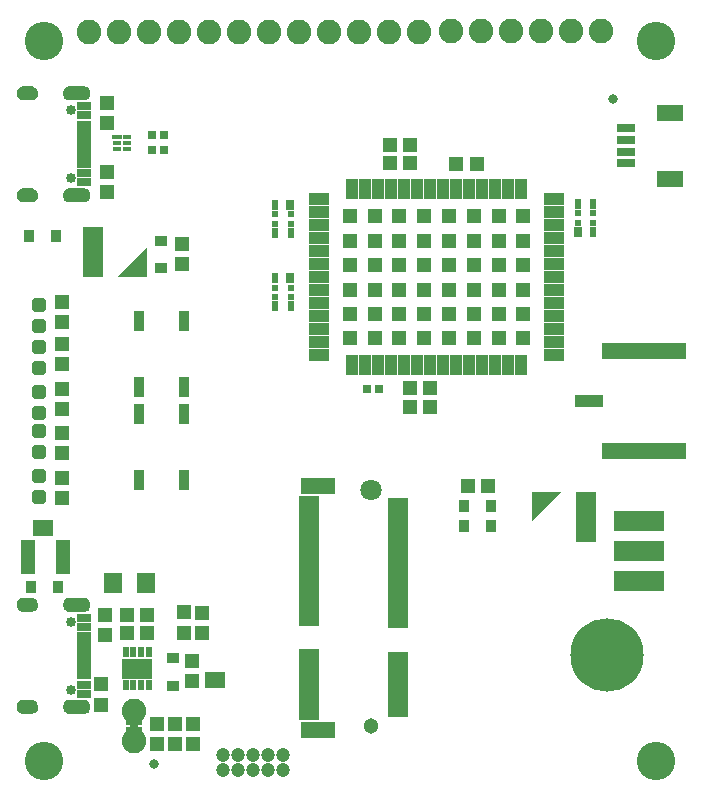
<source format=gts>
G04 EAGLE Gerber RS-274X export*
G75*
%MOMM*%
%FSLAX34Y34*%
%LPD*%
%INSoldermask Top*%
%IPPOS*%
%AMOC8*
5,1,8,0,0,1.08239X$1,22.5*%
G01*
%ADD10R,1.203200X0.503200*%
%ADD11R,1.203200X0.803200*%
%ADD12C,0.853200*%
%ADD13R,1.203200X1.303200*%
%ADD14R,0.503200X0.853200*%
%ADD15R,2.553200X1.803200*%
%ADD16R,1.303200X1.203200*%
%ADD17C,0.838200*%
%ADD18R,1.700000X4.200000*%
%ADD19R,0.833200X1.033200*%
%ADD20R,0.965200X1.727200*%
%ADD21R,0.838200X1.473200*%
%ADD22R,1.203200X3.003200*%
%ADD23R,1.603200X1.803200*%
%ADD24R,1.473200X0.838200*%
%ADD25C,2.082800*%
%ADD26C,6.203200*%
%ADD27R,1.033200X0.833200*%
%ADD28C,1.303200*%
%ADD29C,1.803200*%
%ADD30R,1.753200X0.503200*%
%ADD31R,2.953200X1.403200*%
%ADD32C,0.505344*%
%ADD33R,1.053200X1.723200*%
%ADD34R,1.723200X1.053200*%
%ADD35R,1.303200X1.303200*%
%ADD36R,0.620000X0.840000*%
%ADD37R,0.620000X0.560000*%
%ADD38R,0.640000X0.840000*%
%ADD39R,0.803200X0.803200*%
%ADD40R,0.813200X0.453200*%
%ADD41R,0.763200X0.453200*%
%ADD42R,7.203200X1.353200*%
%ADD43R,2.403200X1.103200*%
%ADD44R,2.203200X1.403200*%
%ADD45R,1.553200X0.803200*%
%ADD46C,3.251200*%
%ADD47C,1.203200*%
%ADD48R,4.203200X1.703200*%

G36*
X111906Y435236D02*
X111906Y435236D01*
X111923Y435233D01*
X111973Y435255D01*
X112024Y435270D01*
X112035Y435283D01*
X112051Y435290D01*
X112081Y435335D01*
X112116Y435375D01*
X112119Y435392D01*
X112128Y435407D01*
X112139Y435480D01*
X112139Y459480D01*
X112127Y459522D01*
X112124Y459566D01*
X112108Y459588D01*
X112100Y459614D01*
X112067Y459643D01*
X112041Y459678D01*
X112015Y459688D01*
X111995Y459706D01*
X111951Y459713D01*
X111911Y459728D01*
X111884Y459723D01*
X111857Y459727D01*
X111816Y459709D01*
X111774Y459700D01*
X111738Y459674D01*
X111729Y459670D01*
X111725Y459665D01*
X111714Y459656D01*
X87714Y435656D01*
X87693Y435618D01*
X87664Y435585D01*
X87660Y435558D01*
X87647Y435534D01*
X87650Y435490D01*
X87643Y435447D01*
X87654Y435422D01*
X87656Y435394D01*
X87682Y435359D01*
X87700Y435319D01*
X87723Y435304D01*
X87739Y435282D01*
X87780Y435266D01*
X87817Y435242D01*
X87860Y435235D01*
X87869Y435232D01*
X87876Y435233D01*
X87890Y435231D01*
X111890Y435231D01*
X111906Y435236D01*
G37*
G36*
X439042Y228617D02*
X439042Y228617D01*
X439069Y228613D01*
X439110Y228631D01*
X439152Y228640D01*
X439188Y228666D01*
X439197Y228670D01*
X439201Y228675D01*
X439212Y228684D01*
X463212Y252684D01*
X463233Y252722D01*
X463262Y252755D01*
X463266Y252782D01*
X463279Y252806D01*
X463276Y252850D01*
X463283Y252893D01*
X463272Y252919D01*
X463270Y252946D01*
X463244Y252981D01*
X463226Y253021D01*
X463203Y253036D01*
X463187Y253058D01*
X463146Y253074D01*
X463110Y253098D01*
X463066Y253105D01*
X463057Y253108D01*
X463050Y253107D01*
X463036Y253109D01*
X439036Y253109D01*
X439020Y253104D01*
X439003Y253107D01*
X438953Y253085D01*
X438902Y253070D01*
X438891Y253057D01*
X438875Y253050D01*
X438845Y253005D01*
X438810Y252965D01*
X438807Y252948D01*
X438798Y252934D01*
X438787Y252860D01*
X438787Y228860D01*
X438799Y228818D01*
X438802Y228774D01*
X438818Y228752D01*
X438826Y228726D01*
X438859Y228697D01*
X438885Y228662D01*
X438911Y228652D01*
X438931Y228634D01*
X438975Y228627D01*
X439015Y228612D01*
X439042Y228617D01*
G37*
G36*
X59034Y498124D02*
X59034Y498124D01*
X59037Y498121D01*
X60159Y498276D01*
X60164Y498281D01*
X60168Y498278D01*
X61239Y498649D01*
X61243Y498655D01*
X61248Y498653D01*
X62225Y499226D01*
X62228Y499232D01*
X62233Y499231D01*
X63080Y499984D01*
X63082Y499991D01*
X63087Y499991D01*
X63771Y500894D01*
X63771Y500901D01*
X63776Y500902D01*
X64271Y501921D01*
X64269Y501928D01*
X64274Y501930D01*
X64561Y503027D01*
X64559Y503031D01*
X64561Y503032D01*
X64559Y503034D01*
X64562Y503036D01*
X64629Y504167D01*
X64627Y504171D01*
X64629Y504173D01*
X64562Y505304D01*
X64557Y505309D01*
X64561Y505313D01*
X64274Y506410D01*
X64268Y506414D01*
X64271Y506419D01*
X63776Y507438D01*
X63770Y507441D01*
X63771Y507446D01*
X63087Y508349D01*
X63080Y508351D01*
X63080Y508356D01*
X62233Y509109D01*
X62226Y509109D01*
X62225Y509114D01*
X61248Y509687D01*
X61241Y509686D01*
X61239Y509691D01*
X60168Y510062D01*
X60162Y510059D01*
X60159Y510064D01*
X59037Y510219D01*
X59032Y510216D01*
X59030Y510219D01*
X47030Y510219D01*
X47025Y510216D01*
X47022Y510219D01*
X45755Y510014D01*
X45749Y510008D01*
X45745Y510011D01*
X44555Y509529D01*
X44551Y509522D01*
X44545Y509524D01*
X43492Y508790D01*
X43490Y508782D01*
X43484Y508783D01*
X42621Y507833D01*
X42620Y507824D01*
X42615Y507824D01*
X41985Y506705D01*
X41986Y506697D01*
X41980Y506695D01*
X41615Y505465D01*
X41618Y505457D01*
X41613Y505454D01*
X41531Y504173D01*
X41534Y504169D01*
X41531Y504167D01*
X41613Y502886D01*
X41619Y502880D01*
X41615Y502875D01*
X41980Y501645D01*
X41987Y501640D01*
X41985Y501635D01*
X42615Y500516D01*
X42622Y500513D01*
X42621Y500507D01*
X43484Y499557D01*
X43492Y499556D01*
X43492Y499550D01*
X44545Y498816D01*
X44553Y498816D01*
X44555Y498811D01*
X45745Y498329D01*
X45752Y498331D01*
X45755Y498326D01*
X47022Y498121D01*
X47027Y498124D01*
X47030Y498121D01*
X59030Y498121D01*
X59034Y498124D01*
G37*
G36*
X59034Y584524D02*
X59034Y584524D01*
X59037Y584521D01*
X60159Y584676D01*
X60164Y584681D01*
X60168Y584678D01*
X61239Y585049D01*
X61243Y585055D01*
X61248Y585053D01*
X62225Y585626D01*
X62228Y585632D01*
X62233Y585631D01*
X63080Y586384D01*
X63082Y586391D01*
X63087Y586391D01*
X63771Y587294D01*
X63771Y587301D01*
X63776Y587302D01*
X64271Y588321D01*
X64269Y588328D01*
X64274Y588330D01*
X64561Y589427D01*
X64559Y589431D01*
X64561Y589432D01*
X64559Y589434D01*
X64562Y589436D01*
X64629Y590567D01*
X64627Y590571D01*
X64629Y590573D01*
X64562Y591704D01*
X64557Y591709D01*
X64561Y591713D01*
X64274Y592810D01*
X64268Y592814D01*
X64271Y592819D01*
X63776Y593838D01*
X63770Y593841D01*
X63771Y593846D01*
X63087Y594749D01*
X63080Y594751D01*
X63080Y594756D01*
X62233Y595509D01*
X62226Y595509D01*
X62225Y595514D01*
X61248Y596087D01*
X61241Y596086D01*
X61239Y596091D01*
X60168Y596462D01*
X60162Y596459D01*
X60159Y596464D01*
X59037Y596619D01*
X59032Y596616D01*
X59030Y596619D01*
X47030Y596619D01*
X47025Y596616D01*
X47022Y596619D01*
X45755Y596414D01*
X45749Y596408D01*
X45745Y596411D01*
X44555Y595929D01*
X44551Y595922D01*
X44545Y595924D01*
X43492Y595190D01*
X43490Y595182D01*
X43484Y595183D01*
X42621Y594233D01*
X42620Y594224D01*
X42615Y594224D01*
X41985Y593105D01*
X41986Y593097D01*
X41980Y593095D01*
X41615Y591865D01*
X41618Y591857D01*
X41613Y591854D01*
X41531Y590573D01*
X41534Y590569D01*
X41531Y590567D01*
X41613Y589286D01*
X41619Y589280D01*
X41615Y589275D01*
X41980Y588045D01*
X41987Y588040D01*
X41985Y588035D01*
X42615Y586916D01*
X42622Y586913D01*
X42621Y586907D01*
X43484Y585957D01*
X43492Y585956D01*
X43492Y585950D01*
X44545Y585216D01*
X44553Y585216D01*
X44555Y585211D01*
X45745Y584729D01*
X45752Y584731D01*
X45755Y584726D01*
X47022Y584521D01*
X47027Y584524D01*
X47030Y584521D01*
X59030Y584521D01*
X59034Y584524D01*
G37*
G36*
X59034Y151454D02*
X59034Y151454D01*
X59037Y151451D01*
X60159Y151606D01*
X60164Y151611D01*
X60168Y151608D01*
X61239Y151979D01*
X61243Y151985D01*
X61248Y151983D01*
X62225Y152556D01*
X62228Y152562D01*
X62233Y152561D01*
X63080Y153314D01*
X63082Y153321D01*
X63087Y153321D01*
X63771Y154224D01*
X63771Y154231D01*
X63776Y154232D01*
X64271Y155251D01*
X64269Y155258D01*
X64274Y155260D01*
X64561Y156357D01*
X64559Y156361D01*
X64561Y156362D01*
X64559Y156364D01*
X64562Y156366D01*
X64629Y157497D01*
X64627Y157501D01*
X64629Y157503D01*
X64562Y158634D01*
X64557Y158639D01*
X64561Y158643D01*
X64274Y159740D01*
X64268Y159744D01*
X64271Y159749D01*
X63776Y160768D01*
X63770Y160771D01*
X63771Y160776D01*
X63087Y161679D01*
X63080Y161681D01*
X63080Y161686D01*
X62233Y162439D01*
X62226Y162439D01*
X62225Y162444D01*
X61248Y163017D01*
X61241Y163016D01*
X61239Y163021D01*
X60168Y163392D01*
X60162Y163389D01*
X60159Y163394D01*
X59037Y163549D01*
X59032Y163546D01*
X59030Y163549D01*
X47030Y163549D01*
X47025Y163546D01*
X47022Y163549D01*
X45755Y163344D01*
X45749Y163338D01*
X45745Y163341D01*
X44555Y162859D01*
X44551Y162852D01*
X44545Y162854D01*
X43492Y162120D01*
X43490Y162112D01*
X43484Y162113D01*
X42621Y161163D01*
X42620Y161154D01*
X42615Y161154D01*
X41985Y160035D01*
X41986Y160027D01*
X41980Y160025D01*
X41615Y158795D01*
X41618Y158787D01*
X41613Y158784D01*
X41531Y157503D01*
X41534Y157499D01*
X41531Y157497D01*
X41613Y156216D01*
X41619Y156210D01*
X41615Y156205D01*
X41980Y154975D01*
X41987Y154970D01*
X41985Y154965D01*
X42615Y153846D01*
X42622Y153843D01*
X42621Y153837D01*
X43484Y152887D01*
X43492Y152886D01*
X43492Y152880D01*
X44545Y152146D01*
X44553Y152146D01*
X44555Y152141D01*
X45745Y151659D01*
X45752Y151661D01*
X45755Y151656D01*
X47022Y151451D01*
X47027Y151454D01*
X47030Y151451D01*
X59030Y151451D01*
X59034Y151454D01*
G37*
G36*
X59034Y65054D02*
X59034Y65054D01*
X59037Y65051D01*
X60159Y65206D01*
X60164Y65211D01*
X60168Y65208D01*
X61239Y65579D01*
X61243Y65585D01*
X61248Y65583D01*
X62225Y66156D01*
X62228Y66162D01*
X62233Y66161D01*
X63080Y66914D01*
X63082Y66921D01*
X63087Y66921D01*
X63771Y67824D01*
X63771Y67831D01*
X63776Y67832D01*
X64271Y68851D01*
X64269Y68858D01*
X64274Y68860D01*
X64561Y69957D01*
X64559Y69961D01*
X64561Y69962D01*
X64559Y69964D01*
X64562Y69966D01*
X64629Y71097D01*
X64627Y71101D01*
X64629Y71103D01*
X64562Y72234D01*
X64557Y72239D01*
X64561Y72243D01*
X64274Y73340D01*
X64268Y73344D01*
X64271Y73349D01*
X63776Y74368D01*
X63770Y74371D01*
X63771Y74376D01*
X63087Y75279D01*
X63080Y75281D01*
X63080Y75286D01*
X62233Y76039D01*
X62226Y76039D01*
X62225Y76044D01*
X61248Y76617D01*
X61241Y76616D01*
X61239Y76621D01*
X60168Y76992D01*
X60162Y76989D01*
X60159Y76994D01*
X59037Y77149D01*
X59032Y77146D01*
X59030Y77149D01*
X47030Y77149D01*
X47025Y77146D01*
X47022Y77149D01*
X45755Y76944D01*
X45749Y76938D01*
X45745Y76941D01*
X44555Y76459D01*
X44551Y76452D01*
X44545Y76454D01*
X43492Y75720D01*
X43490Y75712D01*
X43484Y75713D01*
X42621Y74763D01*
X42620Y74754D01*
X42615Y74754D01*
X41985Y73635D01*
X41986Y73627D01*
X41980Y73625D01*
X41615Y72395D01*
X41618Y72387D01*
X41613Y72384D01*
X41531Y71103D01*
X41534Y71099D01*
X41531Y71097D01*
X41613Y69816D01*
X41619Y69810D01*
X41615Y69805D01*
X41980Y68575D01*
X41987Y68570D01*
X41985Y68565D01*
X42615Y67446D01*
X42622Y67443D01*
X42621Y67437D01*
X43484Y66487D01*
X43492Y66486D01*
X43492Y66480D01*
X44545Y65746D01*
X44553Y65746D01*
X44555Y65741D01*
X45745Y65259D01*
X45752Y65261D01*
X45755Y65256D01*
X47022Y65051D01*
X47027Y65054D01*
X47030Y65051D01*
X59030Y65051D01*
X59034Y65054D01*
G37*
G36*
X14233Y498123D02*
X14233Y498123D01*
X14235Y498121D01*
X15411Y498232D01*
X15416Y498237D01*
X15420Y498234D01*
X16552Y498572D01*
X16556Y498578D01*
X16561Y498576D01*
X17605Y499128D01*
X17608Y499135D01*
X17613Y499133D01*
X18529Y499879D01*
X18530Y499886D01*
X18536Y499886D01*
X19289Y500796D01*
X19289Y500803D01*
X19294Y500804D01*
X19855Y501843D01*
X19854Y501848D01*
X19858Y501850D01*
X19857Y501851D01*
X19859Y501852D01*
X20206Y502981D01*
X20206Y502982D01*
X20207Y502983D01*
X20204Y502987D01*
X20208Y502990D01*
X20329Y504165D01*
X20325Y504172D01*
X20329Y504176D01*
X20172Y505516D01*
X20167Y505522D01*
X20170Y505527D01*
X19719Y506798D01*
X19712Y506803D01*
X19714Y506808D01*
X18992Y507947D01*
X18984Y507950D01*
X18985Y507956D01*
X18027Y508906D01*
X18019Y508907D01*
X18018Y508913D01*
X16873Y509626D01*
X16865Y509625D01*
X16863Y509631D01*
X15587Y510071D01*
X15580Y510069D01*
X15577Y510073D01*
X14235Y510219D01*
X14232Y510217D01*
X14230Y510219D01*
X8230Y510219D01*
X8227Y510217D01*
X8224Y510219D01*
X6895Y510064D01*
X6889Y510058D01*
X6885Y510061D01*
X5624Y509614D01*
X5619Y509607D01*
X5614Y509609D01*
X4484Y508892D01*
X4481Y508885D01*
X4475Y508886D01*
X3533Y507936D01*
X3532Y507927D01*
X3526Y507927D01*
X2819Y506791D01*
X2820Y506783D01*
X2814Y506781D01*
X2378Y505516D01*
X2380Y505508D01*
X2375Y505506D01*
X2231Y504175D01*
X2235Y504169D01*
X2231Y504165D01*
X2341Y502999D01*
X2346Y502994D01*
X2343Y502990D01*
X2678Y501867D01*
X2684Y501863D01*
X2682Y501859D01*
X3230Y500823D01*
X3236Y500820D01*
X3235Y500815D01*
X3974Y499907D01*
X3981Y499905D01*
X3981Y499900D01*
X4883Y499153D01*
X4891Y499153D01*
X4891Y499148D01*
X5922Y498591D01*
X5929Y498592D01*
X5931Y498587D01*
X7050Y498243D01*
X7057Y498245D01*
X7060Y498241D01*
X8225Y498121D01*
X8228Y498123D01*
X8230Y498121D01*
X14230Y498121D01*
X14233Y498123D01*
G37*
G36*
X14233Y584523D02*
X14233Y584523D01*
X14235Y584521D01*
X15411Y584632D01*
X15416Y584637D01*
X15420Y584634D01*
X16552Y584972D01*
X16556Y584978D01*
X16561Y584976D01*
X17605Y585528D01*
X17608Y585535D01*
X17613Y585533D01*
X18529Y586279D01*
X18530Y586286D01*
X18536Y586286D01*
X19289Y587196D01*
X19289Y587203D01*
X19294Y587204D01*
X19855Y588243D01*
X19854Y588248D01*
X19858Y588250D01*
X19857Y588251D01*
X19859Y588252D01*
X20206Y589381D01*
X20206Y589382D01*
X20207Y589383D01*
X20204Y589387D01*
X20208Y589390D01*
X20329Y590565D01*
X20325Y590572D01*
X20329Y590576D01*
X20172Y591916D01*
X20167Y591922D01*
X20170Y591927D01*
X19719Y593198D01*
X19712Y593203D01*
X19714Y593208D01*
X18992Y594347D01*
X18984Y594350D01*
X18985Y594356D01*
X18027Y595306D01*
X18019Y595307D01*
X18018Y595313D01*
X16873Y596026D01*
X16865Y596025D01*
X16863Y596031D01*
X15587Y596471D01*
X15580Y596469D01*
X15577Y596473D01*
X14235Y596619D01*
X14232Y596617D01*
X14230Y596619D01*
X8230Y596619D01*
X8227Y596617D01*
X8224Y596619D01*
X6895Y596464D01*
X6889Y596458D01*
X6885Y596461D01*
X5624Y596014D01*
X5619Y596007D01*
X5614Y596009D01*
X4484Y595292D01*
X4481Y595285D01*
X4475Y595286D01*
X3533Y594336D01*
X3532Y594327D01*
X3526Y594327D01*
X2819Y593191D01*
X2820Y593183D01*
X2814Y593181D01*
X2378Y591916D01*
X2380Y591908D01*
X2375Y591906D01*
X2231Y590575D01*
X2235Y590569D01*
X2231Y590565D01*
X2341Y589399D01*
X2346Y589394D01*
X2343Y589390D01*
X2678Y588267D01*
X2684Y588263D01*
X2682Y588259D01*
X3230Y587223D01*
X3236Y587220D01*
X3235Y587215D01*
X3974Y586307D01*
X3981Y586305D01*
X3981Y586300D01*
X4883Y585553D01*
X4891Y585553D01*
X4891Y585548D01*
X5922Y584991D01*
X5929Y584992D01*
X5931Y584987D01*
X7050Y584643D01*
X7057Y584645D01*
X7060Y584641D01*
X8225Y584521D01*
X8228Y584523D01*
X8230Y584521D01*
X14230Y584521D01*
X14233Y584523D01*
G37*
G36*
X14233Y151453D02*
X14233Y151453D01*
X14235Y151451D01*
X15411Y151562D01*
X15416Y151567D01*
X15420Y151564D01*
X16552Y151902D01*
X16556Y151908D01*
X16561Y151906D01*
X17605Y152458D01*
X17608Y152465D01*
X17613Y152463D01*
X18529Y153209D01*
X18530Y153216D01*
X18536Y153216D01*
X19289Y154126D01*
X19289Y154133D01*
X19294Y154134D01*
X19855Y155173D01*
X19854Y155178D01*
X19858Y155180D01*
X19857Y155181D01*
X19859Y155182D01*
X20206Y156311D01*
X20206Y156312D01*
X20207Y156313D01*
X20204Y156317D01*
X20208Y156320D01*
X20329Y157495D01*
X20325Y157502D01*
X20329Y157506D01*
X20172Y158846D01*
X20167Y158852D01*
X20170Y158857D01*
X19719Y160128D01*
X19712Y160133D01*
X19714Y160138D01*
X18992Y161277D01*
X18984Y161280D01*
X18985Y161286D01*
X18027Y162236D01*
X18019Y162237D01*
X18018Y162243D01*
X16873Y162956D01*
X16865Y162955D01*
X16863Y162961D01*
X15587Y163401D01*
X15580Y163399D01*
X15577Y163403D01*
X14235Y163549D01*
X14232Y163547D01*
X14230Y163549D01*
X8230Y163549D01*
X8227Y163547D01*
X8224Y163549D01*
X6895Y163394D01*
X6889Y163388D01*
X6885Y163391D01*
X5624Y162944D01*
X5619Y162937D01*
X5614Y162939D01*
X4484Y162222D01*
X4481Y162215D01*
X4475Y162216D01*
X3533Y161266D01*
X3532Y161257D01*
X3526Y161257D01*
X2819Y160121D01*
X2820Y160113D01*
X2814Y160111D01*
X2378Y158846D01*
X2380Y158838D01*
X2375Y158836D01*
X2231Y157505D01*
X2235Y157499D01*
X2231Y157495D01*
X2341Y156329D01*
X2346Y156324D01*
X2343Y156320D01*
X2678Y155197D01*
X2684Y155193D01*
X2682Y155189D01*
X3230Y154153D01*
X3236Y154150D01*
X3235Y154145D01*
X3974Y153237D01*
X3981Y153235D01*
X3981Y153230D01*
X4883Y152483D01*
X4891Y152483D01*
X4891Y152478D01*
X5922Y151921D01*
X5929Y151922D01*
X5931Y151917D01*
X7050Y151573D01*
X7057Y151575D01*
X7060Y151571D01*
X8225Y151451D01*
X8228Y151453D01*
X8230Y151451D01*
X14230Y151451D01*
X14233Y151453D01*
G37*
G36*
X14233Y65053D02*
X14233Y65053D01*
X14235Y65051D01*
X15411Y65162D01*
X15416Y65167D01*
X15420Y65164D01*
X16552Y65502D01*
X16556Y65508D01*
X16561Y65506D01*
X17605Y66058D01*
X17608Y66065D01*
X17613Y66063D01*
X18529Y66809D01*
X18530Y66816D01*
X18536Y66816D01*
X19289Y67726D01*
X19289Y67733D01*
X19294Y67734D01*
X19855Y68773D01*
X19854Y68778D01*
X19858Y68780D01*
X19857Y68781D01*
X19859Y68782D01*
X20206Y69911D01*
X20206Y69912D01*
X20207Y69913D01*
X20204Y69917D01*
X20208Y69920D01*
X20329Y71095D01*
X20325Y71102D01*
X20329Y71106D01*
X20172Y72446D01*
X20167Y72452D01*
X20170Y72457D01*
X19719Y73728D01*
X19712Y73733D01*
X19714Y73738D01*
X18992Y74877D01*
X18984Y74880D01*
X18985Y74886D01*
X18027Y75836D01*
X18019Y75837D01*
X18018Y75843D01*
X16873Y76556D01*
X16865Y76555D01*
X16863Y76561D01*
X15587Y77001D01*
X15580Y76999D01*
X15577Y77003D01*
X14235Y77149D01*
X14232Y77147D01*
X14230Y77149D01*
X8230Y77149D01*
X8227Y77147D01*
X8224Y77149D01*
X6895Y76994D01*
X6889Y76988D01*
X6885Y76991D01*
X5624Y76544D01*
X5619Y76537D01*
X5614Y76539D01*
X4484Y75822D01*
X4481Y75815D01*
X4475Y75816D01*
X3533Y74866D01*
X3532Y74857D01*
X3526Y74857D01*
X2819Y73721D01*
X2820Y73713D01*
X2814Y73711D01*
X2378Y72446D01*
X2380Y72438D01*
X2375Y72436D01*
X2231Y71105D01*
X2235Y71099D01*
X2231Y71095D01*
X2341Y69929D01*
X2346Y69924D01*
X2343Y69920D01*
X2678Y68797D01*
X2684Y68793D01*
X2682Y68789D01*
X3230Y67753D01*
X3236Y67750D01*
X3235Y67745D01*
X3974Y66837D01*
X3981Y66835D01*
X3981Y66830D01*
X4883Y66083D01*
X4891Y66083D01*
X4891Y66078D01*
X5922Y65521D01*
X5929Y65522D01*
X5931Y65517D01*
X7050Y65173D01*
X7057Y65175D01*
X7060Y65171D01*
X8225Y65051D01*
X8228Y65053D01*
X8230Y65051D01*
X14230Y65051D01*
X14233Y65053D01*
G37*
G36*
X104459Y52082D02*
X104459Y52082D01*
X104525Y52084D01*
X104568Y52102D01*
X104615Y52110D01*
X104672Y52144D01*
X104732Y52169D01*
X104767Y52200D01*
X104808Y52225D01*
X104850Y52276D01*
X104898Y52320D01*
X104920Y52362D01*
X104949Y52399D01*
X104970Y52461D01*
X105001Y52520D01*
X105009Y52574D01*
X105021Y52611D01*
X105020Y52651D01*
X105028Y52705D01*
X105028Y56515D01*
X105017Y56580D01*
X105015Y56646D01*
X104997Y56689D01*
X104989Y56736D01*
X104955Y56793D01*
X104930Y56853D01*
X104899Y56888D01*
X104874Y56929D01*
X104823Y56971D01*
X104779Y57019D01*
X104737Y57041D01*
X104700Y57070D01*
X104638Y57091D01*
X104579Y57122D01*
X104525Y57130D01*
X104488Y57142D01*
X104448Y57141D01*
X104394Y57149D01*
X98806Y57149D01*
X98741Y57138D01*
X98675Y57136D01*
X98632Y57118D01*
X98585Y57110D01*
X98528Y57076D01*
X98468Y57051D01*
X98433Y57020D01*
X98392Y56995D01*
X98351Y56944D01*
X98302Y56900D01*
X98280Y56858D01*
X98251Y56821D01*
X98230Y56759D01*
X98199Y56700D01*
X98191Y56646D01*
X98179Y56609D01*
X98179Y56605D01*
X98179Y56604D01*
X98180Y56569D01*
X98172Y56515D01*
X98172Y52705D01*
X98183Y52640D01*
X98185Y52574D01*
X98203Y52531D01*
X98211Y52484D01*
X98245Y52427D01*
X98270Y52367D01*
X98301Y52332D01*
X98326Y52291D01*
X98377Y52250D01*
X98421Y52201D01*
X98463Y52179D01*
X98500Y52150D01*
X98562Y52129D01*
X98621Y52098D01*
X98675Y52090D01*
X98712Y52078D01*
X98752Y52079D01*
X98806Y52071D01*
X104394Y52071D01*
X104459Y52082D01*
G37*
D10*
X58830Y106800D03*
X58830Y111800D03*
D11*
X58830Y82050D03*
X58830Y89800D03*
D10*
X58830Y96800D03*
X58830Y101800D03*
X58830Y121800D03*
X58830Y116800D03*
D11*
X58830Y146550D03*
X58830Y138800D03*
D10*
X58830Y131800D03*
X58830Y126800D03*
D12*
X47780Y143200D03*
X47780Y85400D03*
D13*
X77216Y149216D03*
X77216Y132216D03*
X73914Y73034D03*
X73914Y90034D03*
D14*
X94390Y89589D03*
X100890Y89589D03*
X107390Y89589D03*
X113890Y89589D03*
X113890Y117089D03*
X107390Y117089D03*
X100890Y117089D03*
X94390Y117089D03*
D15*
X104140Y103339D03*
D16*
X95640Y133604D03*
X112640Y133604D03*
D17*
X118110Y22860D03*
D18*
X484336Y232060D03*
D19*
X380930Y241300D03*
X403930Y241300D03*
D16*
X401184Y258064D03*
X384184Y258064D03*
D19*
X403930Y224028D03*
X380930Y224028D03*
D20*
X105410Y341630D03*
X105410Y397510D03*
X143510Y341630D03*
X143510Y397510D03*
D16*
X95640Y148844D03*
X112640Y148844D03*
D21*
X20320Y222504D03*
X28448Y222504D03*
D22*
X11416Y197866D03*
X41416Y197866D03*
D23*
X111536Y176276D03*
X83536Y176276D03*
D13*
X158750Y133740D03*
X158750Y150740D03*
X143764Y150994D03*
X143764Y133994D03*
D24*
X101600Y59690D03*
X101600Y49530D03*
D25*
X101600Y67310D03*
X101600Y41910D03*
D20*
X105410Y262890D03*
X105410Y318770D03*
X143510Y262890D03*
X143510Y318770D03*
D26*
X502158Y114808D03*
D13*
X150876Y92847D03*
X150876Y109847D03*
D27*
X134366Y112062D03*
X134366Y89062D03*
D13*
X151130Y39760D03*
X151130Y56760D03*
X135890Y39760D03*
X135890Y56760D03*
X120650Y39760D03*
X120650Y56760D03*
D28*
X302260Y54940D03*
D29*
X302260Y254940D03*
D30*
X249510Y62440D03*
D31*
X257260Y51440D03*
X257260Y258440D03*
D30*
X325010Y64940D03*
X249510Y67440D03*
X325010Y69940D03*
X249510Y72440D03*
X325010Y74940D03*
X249510Y77440D03*
X325010Y79940D03*
X249510Y82440D03*
X325010Y84940D03*
X249510Y87440D03*
X325010Y89940D03*
X249510Y92440D03*
X325010Y94940D03*
X249510Y97440D03*
X325010Y99940D03*
X249510Y102440D03*
X325010Y104940D03*
X249510Y107440D03*
X325010Y109940D03*
X249510Y112440D03*
X325010Y114940D03*
X249510Y117440D03*
X325010Y139940D03*
X249510Y142440D03*
X325010Y144940D03*
X249510Y147440D03*
X325010Y149940D03*
X249510Y152440D03*
X325010Y154940D03*
X249510Y157440D03*
X325010Y159940D03*
X249510Y162440D03*
X325010Y164940D03*
X249510Y167440D03*
X325010Y169940D03*
X249510Y172440D03*
X325010Y174940D03*
X249510Y177440D03*
X325010Y179940D03*
X249510Y182440D03*
X325010Y184940D03*
X249510Y187440D03*
X325010Y189940D03*
X249510Y192440D03*
X325010Y194940D03*
X249510Y197440D03*
X325010Y199940D03*
X249510Y202440D03*
X325010Y204940D03*
X249510Y207440D03*
X325010Y209940D03*
X249510Y212440D03*
X325010Y214940D03*
X249510Y217440D03*
X325010Y219940D03*
X249510Y222440D03*
X325010Y224940D03*
X249510Y227440D03*
X325010Y229940D03*
X249510Y232440D03*
X325010Y234940D03*
X249510Y237440D03*
X325010Y239940D03*
X249510Y242440D03*
X325010Y244940D03*
X249510Y247440D03*
D32*
X24445Y263090D02*
X17465Y263090D01*
X17465Y270070D01*
X24445Y270070D01*
X24445Y263090D01*
X24445Y267890D02*
X17465Y267890D01*
X17465Y245550D02*
X24445Y245550D01*
X17465Y245550D02*
X17465Y252530D01*
X24445Y252530D01*
X24445Y245550D01*
X24445Y250350D02*
X17465Y250350D01*
X17465Y301190D02*
X24445Y301190D01*
X17465Y301190D02*
X17465Y308170D01*
X24445Y308170D01*
X24445Y301190D01*
X24445Y305990D02*
X17465Y305990D01*
X17465Y283650D02*
X24445Y283650D01*
X17465Y283650D02*
X17465Y290630D01*
X24445Y290630D01*
X24445Y283650D01*
X24445Y288450D02*
X17465Y288450D01*
D13*
X40894Y247786D03*
X40894Y264786D03*
X40640Y286140D03*
X40640Y303140D03*
D21*
X166116Y93980D03*
X174244Y93980D03*
D10*
X58830Y539870D03*
X58830Y544870D03*
D11*
X58830Y515120D03*
X58830Y522870D03*
D10*
X58830Y529870D03*
X58830Y534870D03*
X58830Y554870D03*
X58830Y549870D03*
D11*
X58830Y579620D03*
X58830Y571870D03*
D10*
X58830Y564870D03*
X58830Y559870D03*
D12*
X47780Y576270D03*
X47780Y518470D03*
D13*
X78486Y582540D03*
X78486Y565540D03*
X78486Y506866D03*
X78486Y523866D03*
D33*
X286200Y360270D03*
X297200Y360270D03*
X308200Y360270D03*
X319200Y360270D03*
X330200Y360270D03*
X341200Y360270D03*
X352200Y360270D03*
X363200Y360270D03*
X374200Y360270D03*
X385200Y360270D03*
X396200Y360270D03*
X407200Y360270D03*
X418200Y360270D03*
X429200Y360270D03*
D34*
X457200Y368770D03*
X457200Y379770D03*
X457200Y390770D03*
X457200Y401770D03*
X457200Y412770D03*
X457200Y423770D03*
X457200Y434770D03*
X457200Y445770D03*
X457200Y456770D03*
X457200Y467770D03*
X457200Y478770D03*
X457200Y489770D03*
X457200Y500770D03*
D33*
X429200Y509270D03*
X418200Y509270D03*
X407200Y509270D03*
X396200Y509270D03*
X385200Y509270D03*
X374200Y509270D03*
X363200Y509270D03*
X352200Y509270D03*
X341200Y509270D03*
X330200Y509270D03*
X319200Y509270D03*
X308200Y509270D03*
X297200Y509270D03*
X286200Y509270D03*
D34*
X258200Y500770D03*
X258200Y489770D03*
X258200Y478770D03*
X258200Y467770D03*
X258200Y456770D03*
X258200Y445770D03*
X258200Y434770D03*
X258200Y423770D03*
X258200Y412770D03*
X258200Y401770D03*
X258200Y390770D03*
X258200Y379770D03*
X258200Y368770D03*
D35*
X347200Y424270D03*
X326200Y424270D03*
X305200Y424270D03*
X284200Y424270D03*
X347200Y403770D03*
X326200Y403770D03*
X305200Y403770D03*
X284200Y403770D03*
X347200Y383270D03*
X326200Y383270D03*
X305200Y383270D03*
X284200Y383270D03*
X347200Y486270D03*
X326200Y486270D03*
X305200Y486270D03*
X284200Y486270D03*
X347200Y465770D03*
X326200Y465770D03*
X305200Y465770D03*
X284200Y465770D03*
X347200Y445270D03*
X326200Y445270D03*
X305200Y445270D03*
X284200Y445270D03*
X368200Y445270D03*
X389200Y445270D03*
X410200Y445270D03*
X431200Y445270D03*
X368200Y465770D03*
X389200Y465770D03*
X410200Y465770D03*
X431200Y465770D03*
X368200Y486270D03*
X389200Y486270D03*
X410200Y486270D03*
X431200Y486270D03*
X368200Y383270D03*
X389200Y383270D03*
X410200Y383270D03*
X431200Y383270D03*
X368200Y403770D03*
X389200Y403770D03*
X410200Y403770D03*
X431200Y403770D03*
X368200Y424270D03*
X389200Y424270D03*
X410200Y424270D03*
X431200Y424270D03*
D36*
X220861Y410080D03*
D37*
X220861Y418080D03*
X220861Y426080D03*
D36*
X234061Y410080D03*
D37*
X234061Y418080D03*
X234061Y426080D03*
D38*
X233961Y434080D03*
D36*
X220861Y434080D03*
X220861Y472170D03*
D37*
X220861Y480170D03*
X220861Y488170D03*
D36*
X234061Y472170D03*
D37*
X234061Y480170D03*
X234061Y488170D03*
D38*
X233961Y496170D03*
D36*
X220861Y496170D03*
X490240Y496960D03*
D37*
X490240Y488960D03*
X490240Y480960D03*
D36*
X477040Y496960D03*
D37*
X477040Y488960D03*
X477040Y480960D03*
D38*
X477140Y472960D03*
D36*
X490240Y472960D03*
D39*
X116920Y542290D03*
X126920Y542290D03*
X116920Y554990D03*
X126920Y554990D03*
D40*
X87390Y553640D03*
D41*
X87140Y548640D03*
X87140Y543640D03*
X95740Y543640D03*
X95740Y548640D03*
X95740Y553640D03*
D42*
X532944Y372700D03*
D43*
X486944Y330200D03*
D42*
X532944Y287700D03*
D16*
X334908Y324612D03*
X351908Y324612D03*
X335162Y340614D03*
X352162Y340614D03*
D39*
X298530Y340360D03*
X308530Y340360D03*
D13*
X40640Y396630D03*
X40640Y413630D03*
X40640Y322970D03*
X40640Y339970D03*
D32*
X24445Y407870D02*
X17465Y407870D01*
X17465Y414850D01*
X24445Y414850D01*
X24445Y407870D01*
X24445Y412670D02*
X17465Y412670D01*
X17465Y390330D02*
X24445Y390330D01*
X17465Y390330D02*
X17465Y397310D01*
X24445Y397310D01*
X24445Y390330D01*
X24445Y395130D02*
X17465Y395130D01*
X17465Y334210D02*
X24445Y334210D01*
X17465Y334210D02*
X17465Y341190D01*
X24445Y341190D01*
X24445Y334210D01*
X24445Y339010D02*
X17465Y339010D01*
X17465Y316670D02*
X24445Y316670D01*
X17465Y316670D02*
X17465Y323650D01*
X24445Y323650D01*
X24445Y316670D01*
X24445Y321470D02*
X17465Y321470D01*
D13*
X40640Y361070D03*
X40640Y378070D03*
D32*
X24445Y372310D02*
X17465Y372310D01*
X17465Y379290D01*
X24445Y379290D01*
X24445Y372310D01*
X24445Y377110D02*
X17465Y377110D01*
X17465Y354770D02*
X24445Y354770D01*
X17465Y354770D02*
X17465Y361750D01*
X24445Y361750D01*
X24445Y354770D01*
X24445Y359570D02*
X17465Y359570D01*
D44*
X554910Y518100D03*
X554910Y574100D03*
D45*
X518160Y531100D03*
X518160Y541100D03*
X518160Y551100D03*
X518160Y561100D03*
D25*
X369570Y642874D03*
X394970Y642874D03*
X420370Y642874D03*
X445770Y642874D03*
X471170Y642874D03*
X496570Y642874D03*
X63500Y642620D03*
X88900Y642620D03*
X114300Y642620D03*
X139700Y642620D03*
X165100Y642620D03*
X190500Y642620D03*
X215900Y642620D03*
X241300Y642620D03*
X266700Y642620D03*
X292100Y642620D03*
X317500Y642620D03*
X342900Y642620D03*
D27*
X124714Y442398D03*
X124714Y465398D03*
D13*
X141732Y445652D03*
X141732Y462652D03*
D18*
X66590Y456280D03*
D16*
X334890Y546862D03*
X317890Y546862D03*
X317890Y531622D03*
X334890Y531622D03*
X374532Y530606D03*
X391532Y530606D03*
D17*
X506730Y585470D03*
D46*
X25400Y635000D03*
X543560Y635000D03*
X25400Y25400D03*
X543560Y25400D03*
D47*
X189230Y17780D03*
X201930Y17780D03*
X214630Y17780D03*
X227330Y17780D03*
X176530Y17780D03*
X189230Y30480D03*
X201930Y30480D03*
X214630Y30480D03*
X227330Y30480D03*
X176530Y30480D03*
D19*
X36900Y172720D03*
X13900Y172720D03*
X35630Y469900D03*
X12630Y469900D03*
D48*
X529082Y228600D03*
X529082Y203200D03*
X529082Y177800D03*
M02*

</source>
